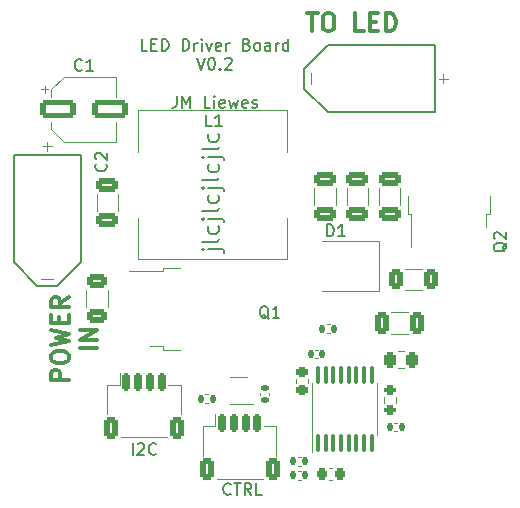
<source format=gto>
%TF.GenerationSoftware,KiCad,Pcbnew,(6.0.9)*%
%TF.CreationDate,2023-02-03T11:06:12+01:00*%
%TF.ProjectId,Powerboard,506f7765-7262-46f6-9172-642e6b696361,rev?*%
%TF.SameCoordinates,Original*%
%TF.FileFunction,Legend,Top*%
%TF.FilePolarity,Positive*%
%FSLAX46Y46*%
G04 Gerber Fmt 4.6, Leading zero omitted, Abs format (unit mm)*
G04 Created by KiCad (PCBNEW (6.0.9)) date 2023-02-03 11:06:12*
%MOMM*%
%LPD*%
G01*
G04 APERTURE LIST*
G04 Aperture macros list*
%AMRoundRect*
0 Rectangle with rounded corners*
0 $1 Rounding radius*
0 $2 $3 $4 $5 $6 $7 $8 $9 X,Y pos of 4 corners*
0 Add a 4 corners polygon primitive as box body*
4,1,4,$2,$3,$4,$5,$6,$7,$8,$9,$2,$3,0*
0 Add four circle primitives for the rounded corners*
1,1,$1+$1,$2,$3*
1,1,$1+$1,$4,$5*
1,1,$1+$1,$6,$7*
1,1,$1+$1,$8,$9*
0 Add four rect primitives between the rounded corners*
20,1,$1+$1,$2,$3,$4,$5,0*
20,1,$1+$1,$4,$5,$6,$7,0*
20,1,$1+$1,$6,$7,$8,$9,0*
20,1,$1+$1,$8,$9,$2,$3,0*%
G04 Aperture macros list end*
%ADD10C,0.150000*%
%ADD11C,0.160000*%
%ADD12C,0.200000*%
%ADD13C,0.210000*%
%ADD14C,0.300000*%
%ADD15C,0.120000*%
%ADD16R,0.650000X0.400000*%
%ADD17RoundRect,0.250000X-0.262500X-0.450000X0.262500X-0.450000X0.262500X0.450000X-0.262500X0.450000X0*%
%ADD18RoundRect,0.150000X-0.150000X-0.625000X0.150000X-0.625000X0.150000X0.625000X-0.150000X0.625000X0*%
%ADD19RoundRect,0.250000X-0.350000X-0.650000X0.350000X-0.650000X0.350000X0.650000X-0.350000X0.650000X0*%
%ADD20C,4.000000*%
%ADD21RoundRect,0.250000X-0.325000X-0.650000X0.325000X-0.650000X0.325000X0.650000X-0.325000X0.650000X0*%
%ADD22R,3.250000X5.000000*%
%ADD23RoundRect,0.250000X0.650000X-0.325000X0.650000X0.325000X-0.650000X0.325000X-0.650000X-0.325000X0*%
%ADD24RoundRect,0.225000X0.225000X0.250000X-0.225000X0.250000X-0.225000X-0.250000X0.225000X-0.250000X0*%
%ADD25RoundRect,0.250000X-0.625000X0.312500X-0.625000X-0.312500X0.625000X-0.312500X0.625000X0.312500X0*%
%ADD26C,2.200000*%
%ADD27RoundRect,0.200000X0.275000X-0.200000X0.275000X0.200000X-0.275000X0.200000X-0.275000X-0.200000X0*%
%ADD28RoundRect,0.250000X-1.250000X-0.550000X1.250000X-0.550000X1.250000X0.550000X-1.250000X0.550000X0*%
%ADD29RoundRect,0.140000X0.170000X-0.140000X0.170000X0.140000X-0.170000X0.140000X-0.170000X-0.140000X0*%
%ADD30R,2.310000X2.460000*%
%ADD31RoundRect,0.100000X0.100000X-0.687500X0.100000X0.687500X-0.100000X0.687500X-0.100000X-0.687500X0*%
%ADD32RoundRect,0.135000X-0.135000X-0.185000X0.135000X-0.185000X0.135000X0.185000X-0.135000X0.185000X0*%
%ADD33RoundRect,0.250000X0.312500X0.625000X-0.312500X0.625000X-0.312500X-0.625000X0.312500X-0.625000X0*%
%ADD34RoundRect,0.225000X-0.250000X0.225000X-0.250000X-0.225000X0.250000X-0.225000X0.250000X0.225000X0*%
%ADD35RoundRect,0.135000X0.135000X0.185000X-0.135000X0.185000X-0.135000X-0.185000X0.135000X-0.185000X0*%
%ADD36RoundRect,0.140000X-0.140000X-0.170000X0.140000X-0.170000X0.140000X0.170000X-0.140000X0.170000X0*%
%ADD37RoundRect,0.250000X-0.650000X0.325000X-0.650000X-0.325000X0.650000X-0.325000X0.650000X0.325000X0*%
%ADD38R,1.200000X2.200000*%
%ADD39R,5.800000X6.400000*%
%ADD40R,4.860000X3.360000*%
%ADD41R,1.400000X1.390000*%
%ADD42R,2.200000X1.200000*%
%ADD43R,6.400000X5.800000*%
G04 APERTURE END LIST*
D10*
X139123809Y-118552380D02*
X139123809Y-117552380D01*
X139552380Y-117647619D02*
X139600000Y-117600000D01*
X139695238Y-117552380D01*
X139933333Y-117552380D01*
X140028571Y-117600000D01*
X140076190Y-117647619D01*
X140123809Y-117742857D01*
X140123809Y-117838095D01*
X140076190Y-117980952D01*
X139504761Y-118552380D01*
X140123809Y-118552380D01*
X141123809Y-118457142D02*
X141076190Y-118504761D01*
X140933333Y-118552380D01*
X140838095Y-118552380D01*
X140695238Y-118504761D01*
X140600000Y-118409523D01*
X140552380Y-118314285D01*
X140504761Y-118123809D01*
X140504761Y-117980952D01*
X140552380Y-117790476D01*
X140600000Y-117695238D01*
X140695238Y-117600000D01*
X140838095Y-117552380D01*
X140933333Y-117552380D01*
X141076190Y-117600000D01*
X141123809Y-117647619D01*
D11*
X147423809Y-121857142D02*
X147376190Y-121904761D01*
X147233333Y-121952380D01*
X147138095Y-121952380D01*
X146995238Y-121904761D01*
X146900000Y-121809523D01*
X146852380Y-121714285D01*
X146804761Y-121523809D01*
X146804761Y-121380952D01*
X146852380Y-121190476D01*
X146900000Y-121095238D01*
X146995238Y-121000000D01*
X147138095Y-120952380D01*
X147233333Y-120952380D01*
X147376190Y-121000000D01*
X147423809Y-121047619D01*
X147709523Y-120952380D02*
X148280952Y-120952380D01*
X147995238Y-121952380D02*
X147995238Y-120952380D01*
X149185714Y-121952380D02*
X148852380Y-121476190D01*
X148614285Y-121952380D02*
X148614285Y-120952380D01*
X148995238Y-120952380D01*
X149090476Y-121000000D01*
X149138095Y-121047619D01*
X149185714Y-121142857D01*
X149185714Y-121285714D01*
X149138095Y-121380952D01*
X149090476Y-121428571D01*
X148995238Y-121476190D01*
X148614285Y-121476190D01*
X150090476Y-121952380D02*
X149614285Y-121952380D01*
X149614285Y-120952380D01*
D12*
X140361904Y-84337380D02*
X139885714Y-84337380D01*
X139885714Y-83337380D01*
X140695238Y-83813571D02*
X141028571Y-83813571D01*
X141171428Y-84337380D02*
X140695238Y-84337380D01*
X140695238Y-83337380D01*
X141171428Y-83337380D01*
X141600000Y-84337380D02*
X141600000Y-83337380D01*
X141838095Y-83337380D01*
X141980952Y-83385000D01*
X142076190Y-83480238D01*
X142123809Y-83575476D01*
X142171428Y-83765952D01*
X142171428Y-83908809D01*
X142123809Y-84099285D01*
X142076190Y-84194523D01*
X141980952Y-84289761D01*
X141838095Y-84337380D01*
X141600000Y-84337380D01*
X143361904Y-84337380D02*
X143361904Y-83337380D01*
X143600000Y-83337380D01*
X143742857Y-83385000D01*
X143838095Y-83480238D01*
X143885714Y-83575476D01*
X143933333Y-83765952D01*
X143933333Y-83908809D01*
X143885714Y-84099285D01*
X143838095Y-84194523D01*
X143742857Y-84289761D01*
X143600000Y-84337380D01*
X143361904Y-84337380D01*
X144361904Y-84337380D02*
X144361904Y-83670714D01*
X144361904Y-83861190D02*
X144409523Y-83765952D01*
X144457142Y-83718333D01*
X144552380Y-83670714D01*
X144647619Y-83670714D01*
X144980952Y-84337380D02*
X144980952Y-83670714D01*
X144980952Y-83337380D02*
X144933333Y-83385000D01*
X144980952Y-83432619D01*
X145028571Y-83385000D01*
X144980952Y-83337380D01*
X144980952Y-83432619D01*
X145361904Y-83670714D02*
X145600000Y-84337380D01*
X145838095Y-83670714D01*
X146600000Y-84289761D02*
X146504761Y-84337380D01*
X146314285Y-84337380D01*
X146219047Y-84289761D01*
X146171428Y-84194523D01*
X146171428Y-83813571D01*
X146219047Y-83718333D01*
X146314285Y-83670714D01*
X146504761Y-83670714D01*
X146600000Y-83718333D01*
X146647619Y-83813571D01*
X146647619Y-83908809D01*
X146171428Y-84004047D01*
X147076190Y-84337380D02*
X147076190Y-83670714D01*
X147076190Y-83861190D02*
X147123809Y-83765952D01*
X147171428Y-83718333D01*
X147266666Y-83670714D01*
X147361904Y-83670714D01*
X148790476Y-83813571D02*
X148933333Y-83861190D01*
X148980952Y-83908809D01*
X149028571Y-84004047D01*
X149028571Y-84146904D01*
X148980952Y-84242142D01*
X148933333Y-84289761D01*
X148838095Y-84337380D01*
X148457142Y-84337380D01*
X148457142Y-83337380D01*
X148790476Y-83337380D01*
X148885714Y-83385000D01*
X148933333Y-83432619D01*
X148980952Y-83527857D01*
X148980952Y-83623095D01*
X148933333Y-83718333D01*
X148885714Y-83765952D01*
X148790476Y-83813571D01*
X148457142Y-83813571D01*
X149600000Y-84337380D02*
X149504761Y-84289761D01*
X149457142Y-84242142D01*
X149409523Y-84146904D01*
X149409523Y-83861190D01*
X149457142Y-83765952D01*
X149504761Y-83718333D01*
X149600000Y-83670714D01*
X149742857Y-83670714D01*
X149838095Y-83718333D01*
X149885714Y-83765952D01*
X149933333Y-83861190D01*
X149933333Y-84146904D01*
X149885714Y-84242142D01*
X149838095Y-84289761D01*
X149742857Y-84337380D01*
X149600000Y-84337380D01*
X150790476Y-84337380D02*
X150790476Y-83813571D01*
X150742857Y-83718333D01*
X150647619Y-83670714D01*
X150457142Y-83670714D01*
X150361904Y-83718333D01*
X150790476Y-84289761D02*
X150695238Y-84337380D01*
X150457142Y-84337380D01*
X150361904Y-84289761D01*
X150314285Y-84194523D01*
X150314285Y-84099285D01*
X150361904Y-84004047D01*
X150457142Y-83956428D01*
X150695238Y-83956428D01*
X150790476Y-83908809D01*
X151266666Y-84337380D02*
X151266666Y-83670714D01*
X151266666Y-83861190D02*
X151314285Y-83765952D01*
X151361904Y-83718333D01*
X151457142Y-83670714D01*
X151552380Y-83670714D01*
X152314285Y-84337380D02*
X152314285Y-83337380D01*
X152314285Y-84289761D02*
X152219047Y-84337380D01*
X152028571Y-84337380D01*
X151933333Y-84289761D01*
X151885714Y-84242142D01*
X151838095Y-84146904D01*
X151838095Y-83861190D01*
X151885714Y-83765952D01*
X151933333Y-83718333D01*
X152028571Y-83670714D01*
X152219047Y-83670714D01*
X152314285Y-83718333D01*
X144576190Y-84947380D02*
X144909523Y-85947380D01*
X145242857Y-84947380D01*
X145766666Y-84947380D02*
X145861904Y-84947380D01*
X145957142Y-84995000D01*
X146004761Y-85042619D01*
X146052380Y-85137857D01*
X146100000Y-85328333D01*
X146100000Y-85566428D01*
X146052380Y-85756904D01*
X146004761Y-85852142D01*
X145957142Y-85899761D01*
X145861904Y-85947380D01*
X145766666Y-85947380D01*
X145671428Y-85899761D01*
X145623809Y-85852142D01*
X145576190Y-85756904D01*
X145528571Y-85566428D01*
X145528571Y-85328333D01*
X145576190Y-85137857D01*
X145623809Y-85042619D01*
X145671428Y-84995000D01*
X145766666Y-84947380D01*
X146528571Y-85852142D02*
X146576190Y-85899761D01*
X146528571Y-85947380D01*
X146480952Y-85899761D01*
X146528571Y-85852142D01*
X146528571Y-85947380D01*
X146957142Y-85042619D02*
X147004761Y-84995000D01*
X147100000Y-84947380D01*
X147338095Y-84947380D01*
X147433333Y-84995000D01*
X147480952Y-85042619D01*
X147528571Y-85137857D01*
X147528571Y-85233095D01*
X147480952Y-85375952D01*
X146909523Y-85947380D01*
X147528571Y-85947380D01*
X142861904Y-88167380D02*
X142861904Y-88881666D01*
X142814285Y-89024523D01*
X142719047Y-89119761D01*
X142576190Y-89167380D01*
X142480952Y-89167380D01*
X143338095Y-89167380D02*
X143338095Y-88167380D01*
X143671428Y-88881666D01*
X144004761Y-88167380D01*
X144004761Y-89167380D01*
X145719047Y-89167380D02*
X145242857Y-89167380D01*
X145242857Y-88167380D01*
X146052380Y-89167380D02*
X146052380Y-88500714D01*
X146052380Y-88167380D02*
X146004761Y-88215000D01*
X146052380Y-88262619D01*
X146100000Y-88215000D01*
X146052380Y-88167380D01*
X146052380Y-88262619D01*
X146909523Y-89119761D02*
X146814285Y-89167380D01*
X146623809Y-89167380D01*
X146528571Y-89119761D01*
X146480952Y-89024523D01*
X146480952Y-88643571D01*
X146528571Y-88548333D01*
X146623809Y-88500714D01*
X146814285Y-88500714D01*
X146909523Y-88548333D01*
X146957142Y-88643571D01*
X146957142Y-88738809D01*
X146480952Y-88834047D01*
X147290476Y-88500714D02*
X147480952Y-89167380D01*
X147671428Y-88691190D01*
X147861904Y-89167380D01*
X148052380Y-88500714D01*
X148814285Y-89119761D02*
X148719047Y-89167380D01*
X148528571Y-89167380D01*
X148433333Y-89119761D01*
X148385714Y-89024523D01*
X148385714Y-88643571D01*
X148433333Y-88548333D01*
X148528571Y-88500714D01*
X148719047Y-88500714D01*
X148814285Y-88548333D01*
X148861904Y-88643571D01*
X148861904Y-88738809D01*
X148385714Y-88834047D01*
X149242857Y-89119761D02*
X149338095Y-89167380D01*
X149528571Y-89167380D01*
X149623809Y-89119761D01*
X149671428Y-89024523D01*
X149671428Y-88976904D01*
X149623809Y-88881666D01*
X149528571Y-88834047D01*
X149385714Y-88834047D01*
X149290476Y-88786428D01*
X149242857Y-88691190D01*
X149242857Y-88643571D01*
X149290476Y-88548333D01*
X149385714Y-88500714D01*
X149528571Y-88500714D01*
X149623809Y-88548333D01*
D13*
X145500000Y-101166666D02*
X146700000Y-101166666D01*
X146833333Y-101233333D01*
X146900000Y-101366666D01*
X146900000Y-101433333D01*
X145033333Y-101166666D02*
X145100000Y-101233333D01*
X145166666Y-101166666D01*
X145100000Y-101100000D01*
X145033333Y-101166666D01*
X145166666Y-101166666D01*
X146433333Y-100300000D02*
X146366666Y-100433333D01*
X146233333Y-100500000D01*
X145033333Y-100500000D01*
X146366666Y-99166666D02*
X146433333Y-99300000D01*
X146433333Y-99566666D01*
X146366666Y-99700000D01*
X146300000Y-99766666D01*
X146166666Y-99833333D01*
X145766666Y-99833333D01*
X145633333Y-99766666D01*
X145566666Y-99700000D01*
X145500000Y-99566666D01*
X145500000Y-99300000D01*
X145566666Y-99166666D01*
X145500000Y-98566666D02*
X146700000Y-98566666D01*
X146833333Y-98633333D01*
X146900000Y-98766666D01*
X146900000Y-98833333D01*
X145033333Y-98566666D02*
X145100000Y-98633333D01*
X145166666Y-98566666D01*
X145100000Y-98500000D01*
X145033333Y-98566666D01*
X145166666Y-98566666D01*
X146433333Y-97700000D02*
X146366666Y-97833333D01*
X146233333Y-97900000D01*
X145033333Y-97900000D01*
X146366666Y-96566666D02*
X146433333Y-96700000D01*
X146433333Y-96966666D01*
X146366666Y-97100000D01*
X146300000Y-97166666D01*
X146166666Y-97233333D01*
X145766666Y-97233333D01*
X145633333Y-97166666D01*
X145566666Y-97100000D01*
X145500000Y-96966666D01*
X145500000Y-96700000D01*
X145566666Y-96566666D01*
X145500000Y-95966666D02*
X146700000Y-95966666D01*
X146833333Y-96033333D01*
X146900000Y-96166666D01*
X146900000Y-96233333D01*
X145033333Y-95966666D02*
X145100000Y-96033333D01*
X145166666Y-95966666D01*
X145100000Y-95900000D01*
X145033333Y-95966666D01*
X145166666Y-95966666D01*
X146433333Y-95100000D02*
X146366666Y-95233333D01*
X146233333Y-95300000D01*
X145033333Y-95300000D01*
X146366666Y-93966666D02*
X146433333Y-94100000D01*
X146433333Y-94366666D01*
X146366666Y-94500000D01*
X146300000Y-94566666D01*
X146166666Y-94633333D01*
X145766666Y-94633333D01*
X145633333Y-94566666D01*
X145566666Y-94500000D01*
X145500000Y-94366666D01*
X145500000Y-94100000D01*
X145566666Y-93966666D01*
X145500000Y-93366666D02*
X146700000Y-93366666D01*
X146833333Y-93433333D01*
X146900000Y-93566666D01*
X146900000Y-93633333D01*
X145033333Y-93366666D02*
X145100000Y-93433333D01*
X145166666Y-93366666D01*
X145100000Y-93300000D01*
X145033333Y-93366666D01*
X145166666Y-93366666D01*
X146433333Y-92500000D02*
X146366666Y-92633333D01*
X146233333Y-92700000D01*
X145033333Y-92700000D01*
X146366666Y-91366666D02*
X146433333Y-91500000D01*
X146433333Y-91766666D01*
X146366666Y-91900000D01*
X146300000Y-91966666D01*
X146166666Y-92033333D01*
X145766666Y-92033333D01*
X145633333Y-91966666D01*
X145566666Y-91900000D01*
X145500000Y-91766666D01*
X145500000Y-91500000D01*
X145566666Y-91366666D01*
D14*
X133721071Y-112214285D02*
X132221071Y-112214285D01*
X132221071Y-111642857D01*
X132292500Y-111500000D01*
X132363928Y-111428571D01*
X132506785Y-111357142D01*
X132721071Y-111357142D01*
X132863928Y-111428571D01*
X132935357Y-111500000D01*
X133006785Y-111642857D01*
X133006785Y-112214285D01*
X132221071Y-110428571D02*
X132221071Y-110142857D01*
X132292500Y-110000000D01*
X132435357Y-109857142D01*
X132721071Y-109785714D01*
X133221071Y-109785714D01*
X133506785Y-109857142D01*
X133649642Y-110000000D01*
X133721071Y-110142857D01*
X133721071Y-110428571D01*
X133649642Y-110571428D01*
X133506785Y-110714285D01*
X133221071Y-110785714D01*
X132721071Y-110785714D01*
X132435357Y-110714285D01*
X132292500Y-110571428D01*
X132221071Y-110428571D01*
X132221071Y-109285714D02*
X133721071Y-108928571D01*
X132649642Y-108642857D01*
X133721071Y-108357142D01*
X132221071Y-108000000D01*
X132935357Y-107428571D02*
X132935357Y-106928571D01*
X133721071Y-106714285D02*
X133721071Y-107428571D01*
X132221071Y-107428571D01*
X132221071Y-106714285D01*
X133721071Y-105214285D02*
X133006785Y-105714285D01*
X133721071Y-106071428D02*
X132221071Y-106071428D01*
X132221071Y-105500000D01*
X132292500Y-105357142D01*
X132363928Y-105285714D01*
X132506785Y-105214285D01*
X132721071Y-105214285D01*
X132863928Y-105285714D01*
X132935357Y-105357142D01*
X133006785Y-105500000D01*
X133006785Y-106071428D01*
X136136071Y-109535714D02*
X134636071Y-109535714D01*
X136136071Y-108821428D02*
X134636071Y-108821428D01*
X136136071Y-107964285D01*
X134636071Y-107964285D01*
X153928571Y-81178571D02*
X154785714Y-81178571D01*
X154357142Y-82678571D02*
X154357142Y-81178571D01*
X155571428Y-81178571D02*
X155857142Y-81178571D01*
X156000000Y-81250000D01*
X156142857Y-81392857D01*
X156214285Y-81678571D01*
X156214285Y-82178571D01*
X156142857Y-82464285D01*
X156000000Y-82607142D01*
X155857142Y-82678571D01*
X155571428Y-82678571D01*
X155428571Y-82607142D01*
X155285714Y-82464285D01*
X155214285Y-82178571D01*
X155214285Y-81678571D01*
X155285714Y-81392857D01*
X155428571Y-81250000D01*
X155571428Y-81178571D01*
X158714285Y-82678571D02*
X158000000Y-82678571D01*
X158000000Y-81178571D01*
X159214285Y-81892857D02*
X159714285Y-81892857D01*
X159928571Y-82678571D02*
X159214285Y-82678571D01*
X159214285Y-81178571D01*
X159928571Y-81178571D01*
X160571428Y-82678571D02*
X160571428Y-81178571D01*
X160928571Y-81178571D01*
X161142857Y-81250000D01*
X161285714Y-81392857D01*
X161357142Y-81535714D01*
X161428571Y-81821428D01*
X161428571Y-82035714D01*
X161357142Y-82321428D01*
X161285714Y-82464285D01*
X161142857Y-82607142D01*
X160928571Y-82678571D01*
X160571428Y-82678571D01*
D10*
%TO.C,L1*%
X145833333Y-90752380D02*
X145357142Y-90752380D01*
X145357142Y-89752380D01*
X146690476Y-90752380D02*
X146119047Y-90752380D01*
X146404761Y-90752380D02*
X146404761Y-89752380D01*
X146309523Y-89895238D01*
X146214285Y-89990476D01*
X146119047Y-90038095D01*
%TO.C,C1*%
X134833333Y-85957142D02*
X134785714Y-86004761D01*
X134642857Y-86052380D01*
X134547619Y-86052380D01*
X134404761Y-86004761D01*
X134309523Y-85909523D01*
X134261904Y-85814285D01*
X134214285Y-85623809D01*
X134214285Y-85480952D01*
X134261904Y-85290476D01*
X134309523Y-85195238D01*
X134404761Y-85100000D01*
X134547619Y-85052380D01*
X134642857Y-85052380D01*
X134785714Y-85100000D01*
X134833333Y-85147619D01*
X135785714Y-86052380D02*
X135214285Y-86052380D01*
X135500000Y-86052380D02*
X135500000Y-85052380D01*
X135404761Y-85195238D01*
X135309523Y-85290476D01*
X135214285Y-85338095D01*
%TO.C,C2*%
X136857142Y-93916666D02*
X136904761Y-93964285D01*
X136952380Y-94107142D01*
X136952380Y-94202380D01*
X136904761Y-94345238D01*
X136809523Y-94440476D01*
X136714285Y-94488095D01*
X136523809Y-94535714D01*
X136380952Y-94535714D01*
X136190476Y-94488095D01*
X136095238Y-94440476D01*
X136000000Y-94345238D01*
X135952380Y-94202380D01*
X135952380Y-94107142D01*
X136000000Y-93964285D01*
X136047619Y-93916666D01*
X136047619Y-93535714D02*
X136000000Y-93488095D01*
X135952380Y-93392857D01*
X135952380Y-93154761D01*
X136000000Y-93059523D01*
X136047619Y-93011904D01*
X136142857Y-92964285D01*
X136238095Y-92964285D01*
X136380952Y-93011904D01*
X136952380Y-93583333D01*
X136952380Y-92964285D01*
%TO.C,Q2*%
X170797619Y-100595238D02*
X170750000Y-100690476D01*
X170654761Y-100785714D01*
X170511904Y-100928571D01*
X170464285Y-101023809D01*
X170464285Y-101119047D01*
X170702380Y-101071428D02*
X170654761Y-101166666D01*
X170559523Y-101261904D01*
X170369047Y-101309523D01*
X170035714Y-101309523D01*
X169845238Y-101261904D01*
X169750000Y-101166666D01*
X169702380Y-101071428D01*
X169702380Y-100880952D01*
X169750000Y-100785714D01*
X169845238Y-100690476D01*
X170035714Y-100642857D01*
X170369047Y-100642857D01*
X170559523Y-100690476D01*
X170654761Y-100785714D01*
X170702380Y-100880952D01*
X170702380Y-101071428D01*
X169797619Y-100261904D02*
X169750000Y-100214285D01*
X169702380Y-100119047D01*
X169702380Y-99880952D01*
X169750000Y-99785714D01*
X169797619Y-99738095D01*
X169892857Y-99690476D01*
X169988095Y-99690476D01*
X170130952Y-99738095D01*
X170702380Y-100309523D01*
X170702380Y-99690476D01*
%TO.C,D1*%
X155581904Y-100052380D02*
X155581904Y-99052380D01*
X155820000Y-99052380D01*
X155962857Y-99100000D01*
X156058095Y-99195238D01*
X156105714Y-99290476D01*
X156153333Y-99480952D01*
X156153333Y-99623809D01*
X156105714Y-99814285D01*
X156058095Y-99909523D01*
X155962857Y-100004761D01*
X155820000Y-100052380D01*
X155581904Y-100052380D01*
X157105714Y-100052380D02*
X156534285Y-100052380D01*
X156820000Y-100052380D02*
X156820000Y-99052380D01*
X156724761Y-99195238D01*
X156629523Y-99290476D01*
X156534285Y-99338095D01*
%TO.C,Q1*%
X150654761Y-107047619D02*
X150559523Y-107000000D01*
X150464285Y-106904761D01*
X150321428Y-106761904D01*
X150226190Y-106714285D01*
X150130952Y-106714285D01*
X150178571Y-106952380D02*
X150083333Y-106904761D01*
X149988095Y-106809523D01*
X149940476Y-106619047D01*
X149940476Y-106285714D01*
X149988095Y-106095238D01*
X150083333Y-106000000D01*
X150178571Y-105952380D01*
X150369047Y-105952380D01*
X150464285Y-106000000D01*
X150559523Y-106095238D01*
X150607142Y-106285714D01*
X150607142Y-106619047D01*
X150559523Y-106809523D01*
X150464285Y-106904761D01*
X150369047Y-106952380D01*
X150178571Y-106952380D01*
X151559523Y-106952380D02*
X150988095Y-106952380D01*
X151273809Y-106952380D02*
X151273809Y-105952380D01*
X151178571Y-106095238D01*
X151083333Y-106190476D01*
X150988095Y-106238095D01*
D15*
%TO.C,UR1*%
X147400000Y-114260000D02*
X149300000Y-114260000D01*
X148800000Y-111940000D02*
X147400000Y-111940000D01*
%TO.C,R7*%
X161610436Y-111235000D02*
X162064564Y-111235000D01*
X161610436Y-109765000D02*
X162064564Y-109765000D01*
%TO.C,J4*%
X145090000Y-116115000D02*
X146140000Y-116115000D01*
X146260000Y-120585000D02*
X150140000Y-120585000D01*
X151310000Y-116115000D02*
X150260000Y-116115000D01*
X151310000Y-118615000D02*
X151310000Y-116115000D01*
X146140000Y-116115000D02*
X146140000Y-115125000D01*
X145090000Y-118615000D02*
X145090000Y-116115000D01*
D12*
%TO.C,J2*%
X164700000Y-83850000D02*
X155650000Y-83850000D01*
X164700000Y-89550000D02*
X155650000Y-89550000D01*
X153650000Y-87550000D02*
X155650000Y-89550000D01*
D15*
X154200000Y-87200000D02*
X154200000Y-86200000D01*
D12*
X153650000Y-85850000D02*
X153650000Y-87550000D01*
X164700000Y-83850000D02*
X164700000Y-89550000D01*
D15*
X165050000Y-86700000D02*
X165850000Y-86700000D01*
X165450000Y-86300000D02*
X165450000Y-87100000D01*
D12*
X153650000Y-85850000D02*
X155650000Y-83850000D01*
D15*
%TO.C,C9*%
X160988748Y-108310000D02*
X162411252Y-108310000D01*
X160988748Y-106490000D02*
X162411252Y-106490000D01*
%TO.C,L1*%
X152200000Y-89400000D02*
X139600000Y-89400000D01*
X139600000Y-89400000D02*
X139600000Y-92900000D01*
X139600000Y-102000000D02*
X139600000Y-98500000D01*
X152200000Y-102000000D02*
X139600000Y-102000000D01*
X152200000Y-89400000D02*
X152200000Y-92900000D01*
X152200000Y-102000000D02*
X152200000Y-98500000D01*
%TO.C,C7*%
X157240000Y-97411252D02*
X157240000Y-95988748D01*
X159060000Y-97411252D02*
X159060000Y-95988748D01*
%TO.C,C5*%
X156040580Y-120710000D02*
X155759420Y-120710000D01*
X156040580Y-119690000D02*
X155759420Y-119690000D01*
%TO.C,R9*%
X135190000Y-104572936D02*
X135190000Y-106027064D01*
X137010000Y-104572936D02*
X137010000Y-106027064D01*
%TO.C,R5*%
X160377500Y-114137258D02*
X160377500Y-113662742D01*
X161422500Y-114137258D02*
X161422500Y-113662742D01*
%TO.C,C1*%
X137760000Y-86540000D02*
X137760000Y-88240000D01*
X132240000Y-90995563D02*
X132240000Y-90360000D01*
X132240000Y-87604437D02*
X132240000Y-88240000D01*
X132240000Y-90995563D02*
X133304437Y-92060000D01*
X133304437Y-86540000D02*
X137760000Y-86540000D01*
X132240000Y-87604437D02*
X133304437Y-86540000D01*
X131687500Y-87302500D02*
X131687500Y-87927500D01*
X131375000Y-87615000D02*
X132000000Y-87615000D01*
X133304437Y-92060000D02*
X137760000Y-92060000D01*
X137760000Y-92060000D02*
X137760000Y-90360000D01*
%TO.C,C10*%
X150660000Y-113507836D02*
X150660000Y-113292164D01*
X149940000Y-113507836D02*
X149940000Y-113292164D01*
%TO.C,U1*%
X159860000Y-114700000D02*
X159860000Y-116900000D01*
X154340000Y-114700000D02*
X154340000Y-112500000D01*
X154340000Y-114700000D02*
X154340000Y-118350000D01*
X159860000Y-114700000D02*
X159860000Y-112500000D01*
%TO.C,R8*%
X153096359Y-120680000D02*
X153403641Y-120680000D01*
X153096359Y-119920000D02*
X153403641Y-119920000D01*
%TO.C,R6*%
X163627064Y-102790000D02*
X162172936Y-102790000D01*
X163627064Y-104610000D02*
X162172936Y-104610000D01*
%TO.C,C8*%
X156310000Y-97411252D02*
X156310000Y-95988748D01*
X154490000Y-97411252D02*
X154490000Y-95988748D01*
D12*
%TO.C,J1*%
X129050000Y-93200000D02*
X134750000Y-93200000D01*
X131050000Y-104250000D02*
X132750000Y-104250000D01*
X129050000Y-93200000D02*
X129050000Y-102250000D01*
X132750000Y-104250000D02*
X134750000Y-102250000D01*
X131050000Y-104250000D02*
X129050000Y-102250000D01*
D15*
X131900000Y-92850000D02*
X131900000Y-92050000D01*
D12*
X134750000Y-93200000D02*
X134750000Y-102250000D01*
D15*
X131500000Y-92450000D02*
X132300000Y-92450000D01*
X132400000Y-103700000D02*
X131400000Y-103700000D01*
%TO.C,R1*%
X153096359Y-119480000D02*
X153403641Y-119480000D01*
X153096359Y-118720000D02*
X153403641Y-118720000D01*
%TO.C,C3*%
X154010000Y-112159420D02*
X154010000Y-112440580D01*
X152990000Y-112159420D02*
X152990000Y-112440580D01*
%TO.C,R2*%
X145553641Y-113420000D02*
X145246359Y-113420000D01*
X145553641Y-114180000D02*
X145246359Y-114180000D01*
%TO.C,C4*%
X154592164Y-110360000D02*
X154807836Y-110360000D01*
X154592164Y-109640000D02*
X154807836Y-109640000D01*
%TO.C,J3*%
X136990000Y-112615000D02*
X138040000Y-112615000D01*
X138040000Y-112615000D02*
X138040000Y-111625000D01*
X143210000Y-112615000D02*
X142160000Y-112615000D01*
X136990000Y-115115000D02*
X136990000Y-112615000D01*
X143210000Y-115115000D02*
X143210000Y-112615000D01*
X138160000Y-117085000D02*
X142040000Y-117085000D01*
%TO.C,C2*%
X137910000Y-96488748D02*
X137910000Y-97911252D01*
X136090000Y-96488748D02*
X136090000Y-97911252D01*
%TO.C,C6*%
X159990000Y-97411252D02*
X159990000Y-95988748D01*
X161810000Y-97411252D02*
X161810000Y-95988748D01*
%TO.C,Q2*%
X162720000Y-98170000D02*
X162720000Y-101000000D01*
X162450000Y-98170000D02*
X162720000Y-98170000D01*
X169350000Y-98170000D02*
X169080000Y-98170000D01*
X169350000Y-96670000D02*
X169350000Y-98170000D01*
X162450000Y-96670000D02*
X162450000Y-98170000D01*
X169080000Y-98170000D02*
X169080000Y-99270000D01*
%TO.C,R4*%
X155853641Y-108280000D02*
X155546359Y-108280000D01*
X155853641Y-107520000D02*
X155546359Y-107520000D01*
%TO.C,D1*%
X160010000Y-100475000D02*
X160010000Y-104725000D01*
X155200000Y-104725000D02*
X160010000Y-104725000D01*
X160010000Y-100475000D02*
X155200000Y-100475000D01*
%TO.C,Q1*%
X141680000Y-109380000D02*
X140580000Y-109380000D01*
X141680000Y-102750000D02*
X141680000Y-103020000D01*
X143180000Y-102750000D02*
X141680000Y-102750000D01*
X141680000Y-103020000D02*
X138850000Y-103020000D01*
X143180000Y-109650000D02*
X141680000Y-109650000D01*
X141680000Y-109650000D02*
X141680000Y-109380000D01*
%TO.C,R10*%
X161553641Y-115820000D02*
X161246359Y-115820000D01*
X161553641Y-116580000D02*
X161246359Y-116580000D01*
%TD*%
%LPC*%
D16*
%TO.C,UR1*%
X149050000Y-113750000D03*
X149050000Y-113100000D03*
X149050000Y-112450000D03*
X147150000Y-112450000D03*
X147150000Y-113100000D03*
X147150000Y-113750000D03*
%TD*%
D17*
%TO.C,R7*%
X160925000Y-110500000D03*
X162750000Y-110500000D03*
%TD*%
D18*
%TO.C,J4*%
X146700000Y-115900000D03*
X147700000Y-115900000D03*
X148700000Y-115900000D03*
X149700000Y-115900000D03*
D19*
X145400000Y-119775000D03*
X151000000Y-119775000D03*
%TD*%
D20*
%TO.C,J2*%
X157100000Y-86700000D03*
X162100000Y-86700000D03*
%TD*%
D21*
%TO.C,C9*%
X160225000Y-107400000D03*
X163175000Y-107400000D03*
%TD*%
D22*
%TO.C,L1*%
X140275000Y-95700000D03*
X151525000Y-95700000D03*
%TD*%
D23*
%TO.C,C7*%
X158150000Y-98175000D03*
X158150000Y-95225000D03*
%TD*%
D24*
%TO.C,C5*%
X156675000Y-120200000D03*
X155125000Y-120200000D03*
%TD*%
D25*
%TO.C,R9*%
X136100000Y-103837500D03*
X136100000Y-106762500D03*
%TD*%
D26*
%TO.C,REF\u002A\u002A*%
X150000000Y-80000000D03*
%TD*%
D27*
%TO.C,R5*%
X160900000Y-114725000D03*
X160900000Y-113075000D03*
%TD*%
D28*
%TO.C,C1*%
X132800000Y-89300000D03*
X137200000Y-89300000D03*
%TD*%
D29*
%TO.C,C10*%
X150300000Y-113880000D03*
X150300000Y-112920000D03*
%TD*%
D30*
%TO.C,U1*%
X157100000Y-114700000D03*
D31*
X154825000Y-117562500D03*
X155475000Y-117562500D03*
X156125000Y-117562500D03*
X156775000Y-117562500D03*
X157425000Y-117562500D03*
X158075000Y-117562500D03*
X158725000Y-117562500D03*
X159375000Y-117562500D03*
X159375000Y-111837500D03*
X158725000Y-111837500D03*
X158075000Y-111837500D03*
X157425000Y-111837500D03*
X156775000Y-111837500D03*
X156125000Y-111837500D03*
X155475000Y-111837500D03*
X154825000Y-111837500D03*
%TD*%
D32*
%TO.C,R8*%
X152740000Y-120300000D03*
X153760000Y-120300000D03*
%TD*%
D33*
%TO.C,R6*%
X164362500Y-103700000D03*
X161437500Y-103700000D03*
%TD*%
D23*
%TO.C,C8*%
X155400000Y-98175000D03*
X155400000Y-95225000D03*
%TD*%
D20*
%TO.C,J1*%
X131900000Y-100800000D03*
X131900000Y-95800000D03*
%TD*%
D32*
%TO.C,R1*%
X152740000Y-119100000D03*
X153760000Y-119100000D03*
%TD*%
D34*
%TO.C,C3*%
X153500000Y-111525000D03*
X153500000Y-113075000D03*
%TD*%
D35*
%TO.C,R2*%
X145910000Y-113800000D03*
X144890000Y-113800000D03*
%TD*%
D36*
%TO.C,C4*%
X154220000Y-110000000D03*
X155180000Y-110000000D03*
%TD*%
D18*
%TO.C,J3*%
X138600000Y-112400000D03*
X139600000Y-112400000D03*
X140600000Y-112400000D03*
X141600000Y-112400000D03*
D19*
X142900000Y-116275000D03*
X137300000Y-116275000D03*
%TD*%
D37*
%TO.C,C2*%
X137000000Y-95725000D03*
X137000000Y-98675000D03*
%TD*%
D23*
%TO.C,C6*%
X160900000Y-98175000D03*
X160900000Y-95225000D03*
%TD*%
D38*
%TO.C,Q2*%
X163620000Y-99900000D03*
D39*
X165900000Y-93600000D03*
D38*
X168180000Y-99900000D03*
%TD*%
D26*
%TO.C,REF\u002A\u002A*%
X169000000Y-106500000D03*
%TD*%
D35*
%TO.C,R4*%
X156210000Y-107900000D03*
X155190000Y-107900000D03*
%TD*%
D40*
%TO.C,D1*%
X157320000Y-102600000D03*
D41*
X153338000Y-101680000D03*
X153338000Y-103520000D03*
%TD*%
D42*
%TO.C,Q1*%
X139950000Y-103920000D03*
D43*
X146250000Y-106200000D03*
D42*
X139950000Y-108480000D03*
%TD*%
D35*
%TO.C,R10*%
X161910000Y-116200000D03*
X160890000Y-116200000D03*
%TD*%
M02*

</source>
